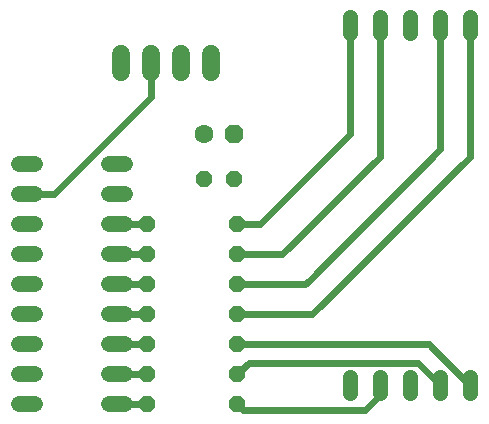
<source format=gbr>
G04 EAGLE Gerber RS-274X export*
G75*
%MOMM*%
%FSLAX34Y34*%
%LPD*%
%INTop Copper*%
%IPPOS*%
%AMOC8*
5,1,8,0,0,1.08239X$1,22.5*%
G01*
%ADD10C,1.320800*%
%ADD11C,1.308000*%
%ADD12C,1.508000*%
%ADD13P,1.429621X8X202.500000*%
%ADD14C,1.600200*%
%ADD15P,1.732040X8X22.500000*%
%ADD16P,1.429621X8X22.500000*%
%ADD17C,0.609600*%
%ADD18C,0.152400*%


D10*
X88646Y228600D02*
X101854Y228600D01*
X101854Y203200D02*
X88646Y203200D01*
X88646Y177800D02*
X101854Y177800D01*
X101854Y152400D02*
X88646Y152400D01*
X88646Y127000D02*
X101854Y127000D01*
X101854Y101600D02*
X88646Y101600D01*
X88646Y76200D02*
X101854Y76200D01*
X101854Y50800D02*
X88646Y50800D01*
X88646Y25400D02*
X101854Y25400D01*
X164846Y25400D02*
X178054Y25400D01*
X178054Y50800D02*
X164846Y50800D01*
X164846Y76200D02*
X178054Y76200D01*
X178054Y101600D02*
X164846Y101600D01*
X164846Y127000D02*
X178054Y127000D01*
X178054Y152400D02*
X164846Y152400D01*
X164846Y177800D02*
X178054Y177800D01*
X178054Y203200D02*
X164846Y203200D01*
X164846Y228600D02*
X178054Y228600D01*
D11*
X469900Y48215D02*
X469900Y35135D01*
X444500Y35135D02*
X444500Y48215D01*
X419100Y48215D02*
X419100Y35135D01*
X393700Y35135D02*
X393700Y48215D01*
X368300Y48215D02*
X368300Y35135D01*
X368300Y339935D02*
X368300Y353015D01*
X393700Y353015D02*
X393700Y339935D01*
X419100Y339935D02*
X419100Y353015D01*
X444500Y353015D02*
X444500Y339935D01*
X469900Y339935D02*
X469900Y353015D01*
D12*
X250825Y321865D02*
X250825Y306785D01*
X225425Y306785D02*
X225425Y321865D01*
X200025Y321865D02*
X200025Y306785D01*
X174625Y306785D02*
X174625Y321865D01*
D13*
X273050Y152400D03*
X196850Y152400D03*
X273050Y177800D03*
X196850Y177800D03*
X273050Y25400D03*
X196850Y25400D03*
X273050Y50800D03*
X196850Y50800D03*
X273050Y76200D03*
X196850Y76200D03*
X273050Y127000D03*
X196850Y127000D03*
X273050Y101600D03*
X196850Y101600D03*
D14*
X244475Y254000D03*
D15*
X269875Y254000D03*
D16*
X244475Y215900D03*
X269875Y215900D03*
D17*
X469900Y234950D02*
X469900Y346475D01*
X469900Y234950D02*
X336550Y101600D01*
X273050Y101600D01*
X333375Y130175D02*
X444500Y241300D01*
X444500Y346475D01*
X333375Y130175D02*
X330200Y127000D01*
X273050Y127000D01*
X434975Y76200D02*
X469500Y41675D01*
D18*
X469900Y41675D01*
D17*
X434975Y76200D02*
X273050Y76200D01*
X282575Y60325D02*
X273050Y50800D01*
X425850Y60325D02*
X444500Y41675D01*
X425850Y60325D02*
X282575Y60325D01*
X273050Y25400D02*
X278130Y20320D01*
X381000Y20320D01*
X393700Y33020D01*
X393700Y41675D01*
X292100Y177800D02*
X273050Y177800D01*
X292100Y177800D02*
X296863Y182563D01*
X368300Y254000D01*
X368300Y346475D01*
X311150Y152400D02*
X273050Y152400D01*
X311150Y152400D02*
X393700Y234950D01*
X393700Y346475D01*
X117475Y203200D02*
X95250Y203200D01*
X200025Y285750D02*
X200025Y314325D01*
X200025Y285750D02*
X117475Y203200D01*
X171450Y177800D02*
X196850Y177800D01*
X196850Y152400D02*
X171450Y152400D01*
X171450Y127000D02*
X196850Y127000D01*
X196850Y101600D02*
X171450Y101600D01*
X171450Y76200D02*
X196850Y76200D01*
X196850Y50800D02*
X171450Y50800D01*
X171450Y25400D02*
X196850Y25400D01*
M02*

</source>
